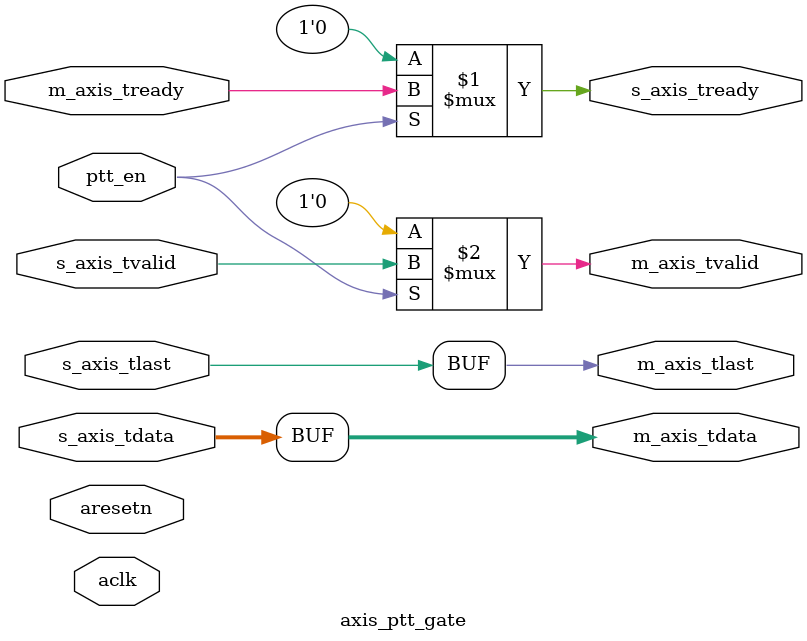
<source format=v>

`timescale 1ns/1ps

module axis_ptt_gate #(
    parameter integer DATA_WIDTH = 16
)(
    input  wire                     aclk,
    input  wire                     aresetn,   // active-low

    input  wire                     ptt_en,    // 1 = allow TX, 0 = block

    // Slave AXI-Stream (from TX FIR)
    input  wire [DATA_WIDTH-1:0]    s_axis_tdata,
    input  wire                     s_axis_tvalid,
    output wire                     s_axis_tready,
    input  wire                     s_axis_tlast,

    // Master AXI-Stream (to DAC)
    output wire [DATA_WIDTH-1:0]    m_axis_tdata,
    output wire                     m_axis_tvalid,
    input  wire                     m_axis_tready,
    output wire                     m_axis_tlast
);

    // When disabled: hold s_axis_tready low to apply backpressure,
    // and deassert m_axis_tvalid so downstream sees idle.
    assign s_axis_tready = ptt_en ? m_axis_tready : 1'b0;
    assign m_axis_tdata  = s_axis_tdata;
    assign m_axis_tlast  = s_axis_tlast;
    assign m_axis_tvalid = ptt_en ? s_axis_tvalid : 1'b0;

endmodule

</source>
